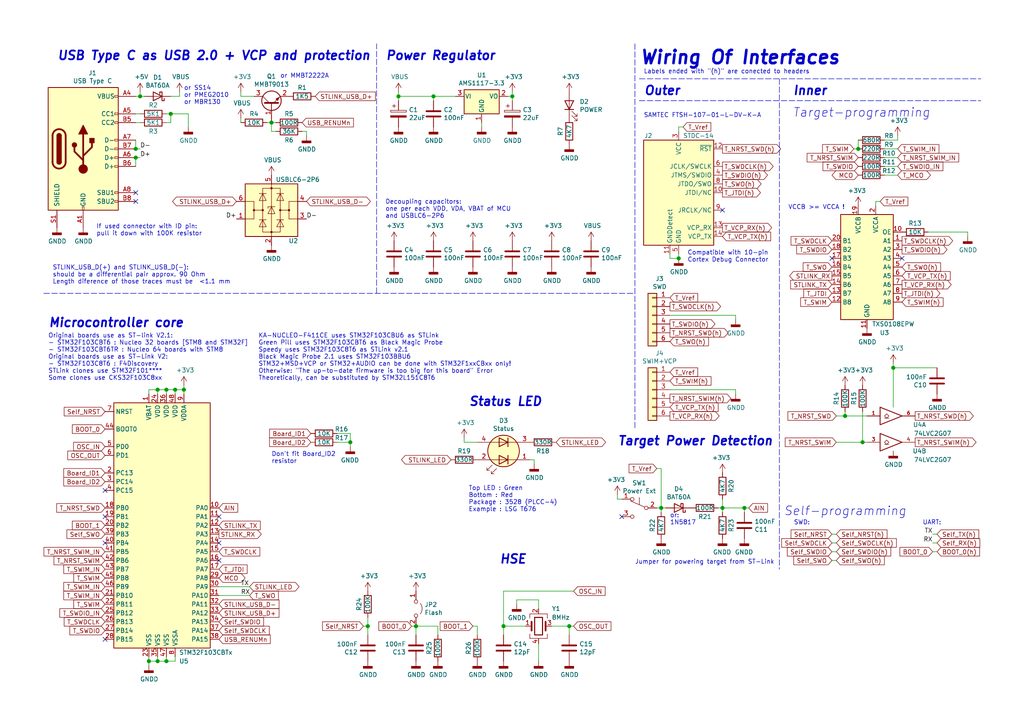
<source format=kicad_sch>
(kicad_sch (version 20210406) (generator eeschema)
  (paper "A4")
  (title_block (title "ST-Link v2.1 Mini Hybrid"))
  (junction (at 39.37 43.18) (diameter 1.016))
  (junction (at 39.37 45.72) (diameter 1.016))
  (junction (at 40.64 27.94) (diameter 1.016))
  (junction (at 43.18 191.77) (diameter 1.016))
  (junction (at 45.72 113.03) (diameter 1.016))
  (junction (at 45.72 191.77) (diameter 1.016))
  (junction (at 48.26 113.03) (diameter 1.016))
  (junction (at 48.26 191.77) (diameter 1.016))
  (junction (at 49.53 33.02) (diameter 1.016))
  (junction (at 50.8 113.03) (diameter 1.016))
  (junction (at 53.34 113.03) (diameter 1.016))
  (junction (at 78.74 35.56) (diameter 1.016))
  (junction (at 101.6 128.27) (diameter 1.016))
  (junction (at 106.68 181.61) (diameter 1.016))
  (junction (at 115.57 27.94) (diameter 1.016))
  (junction (at 120.65 181.61) (diameter 1.016))
  (junction (at 125.73 27.94) (diameter 1.016))
  (junction (at 146.05 181.61) (diameter 1.016))
  (junction (at 148.59 27.94) (diameter 1.016))
  (junction (at 165.1 181.61) (diameter 1.016))
  (junction (at 191.77 147.32) (diameter 1.016))
  (junction (at 196.85 74.93) (diameter 1.016))
  (junction (at 209.55 147.32) (diameter 1.016))
  (junction (at 215.9 147.32) (diameter 1.016))
  (junction (at 245.11 120.65) (diameter 1.016))
  (junction (at 248.92 43.18) (diameter 1.016))
  (junction (at 250.19 128.27) (diameter 1.016))
  (junction (at 259.08 106.68) (diameter 1.016))
  (no_connect (at 30.48 142.24))
  (no_connect (at 30.48 149.86))
  (no_connect (at 30.48 157.48))
  (no_connect (at 30.48 185.42))
  (no_connect (at 39.37 55.88))
  (no_connect (at 39.37 58.42))
  (no_connect (at 63.5 149.86))
  (no_connect (at 63.5 157.48))
  (no_connect (at 63.5 162.56))
  (no_connect (at 180.34 149.86))
  (no_connect (at 209.55 60.96))
  (no_connect (at 241.3 74.93))
  (no_connect (at 261.62 74.93))
  (wire (pts (xy 39.37 27.94) (xy 40.64 27.94)))
  (wire (pts (xy 39.37 33.02) (xy 40.64 33.02)))
  (wire (pts (xy 39.37 43.18) (xy 39.37 40.64)))
  (wire (pts (xy 39.37 45.72) (xy 39.37 48.26)))
  (wire (pts (xy 40.64 26.67) (xy 40.64 27.94)))
  (wire (pts (xy 40.64 27.94) (xy 41.91 27.94)))
  (wire (pts (xy 40.64 35.56) (xy 39.37 35.56)))
  (wire (pts (xy 40.64 43.18) (xy 39.37 43.18)))
  (wire (pts (xy 40.64 45.72) (xy 39.37 45.72)))
  (wire (pts (xy 43.18 113.03) (xy 45.72 113.03)))
  (wire (pts (xy 43.18 114.3) (xy 43.18 113.03)))
  (wire (pts (xy 43.18 191.77) (xy 43.18 190.5)))
  (wire (pts (xy 43.18 193.04) (xy 43.18 191.77)))
  (wire (pts (xy 45.72 113.03) (xy 48.26 113.03)))
  (wire (pts (xy 45.72 114.3) (xy 45.72 113.03)))
  (wire (pts (xy 45.72 191.77) (xy 43.18 191.77)))
  (wire (pts (xy 45.72 191.77) (xy 45.72 190.5)))
  (wire (pts (xy 48.26 33.02) (xy 49.53 33.02)))
  (wire (pts (xy 48.26 113.03) (xy 50.8 113.03)))
  (wire (pts (xy 48.26 114.3) (xy 48.26 113.03)))
  (wire (pts (xy 48.26 190.5) (xy 48.26 191.77)))
  (wire (pts (xy 48.26 191.77) (xy 45.72 191.77)))
  (wire (pts (xy 49.53 27.94) (xy 52.07 27.94)))
  (wire (pts (xy 49.53 33.02) (xy 49.53 35.56)))
  (wire (pts (xy 49.53 33.02) (xy 54.61 33.02)))
  (wire (pts (xy 49.53 35.56) (xy 48.26 35.56)))
  (wire (pts (xy 50.8 113.03) (xy 53.34 113.03)))
  (wire (pts (xy 50.8 114.3) (xy 50.8 113.03)))
  (wire (pts (xy 50.8 190.5) (xy 50.8 191.77)))
  (wire (pts (xy 50.8 191.77) (xy 48.26 191.77)))
  (wire (pts (xy 52.07 27.94) (xy 52.07 26.67)))
  (wire (pts (xy 53.34 111.76) (xy 53.34 113.03)))
  (wire (pts (xy 53.34 113.03) (xy 53.34 114.3)))
  (wire (pts (xy 54.61 33.02) (xy 54.61 36.83)))
  (wire (pts (xy 63.5 170.18) (xy 72.39 170.18)))
  (wire (pts (xy 69.85 27.94) (xy 69.85 26.67)))
  (wire (pts (xy 69.85 35.56) (xy 69.85 34.29)))
  (wire (pts (xy 72.39 172.72) (xy 63.5 172.72)))
  (wire (pts (xy 73.66 27.94) (xy 69.85 27.94)))
  (wire (pts (xy 77.47 35.56) (xy 78.74 35.56)))
  (wire (pts (xy 78.74 35.56) (xy 80.01 35.56)))
  (wire (pts (xy 78.74 38.1) (xy 78.74 35.56)))
  (wire (pts (xy 80.01 38.1) (xy 78.74 38.1)))
  (wire (pts (xy 87.63 38.1) (xy 88.9 38.1)))
  (wire (pts (xy 88.9 38.1) (xy 88.9 39.37)))
  (wire (pts (xy 97.79 125.73) (xy 101.6 125.73)))
  (wire (pts (xy 97.79 128.27) (xy 101.6 128.27)))
  (wire (pts (xy 101.6 125.73) (xy 101.6 128.27)))
  (wire (pts (xy 101.6 128.27) (xy 101.6 129.54)))
  (wire (pts (xy 105.41 181.61) (xy 106.68 181.61)))
  (wire (pts (xy 106.68 179.07) (xy 106.68 181.61)))
  (wire (pts (xy 106.68 181.61) (xy 106.68 184.15)))
  (wire (pts (xy 115.57 26.67) (xy 115.57 27.94)))
  (wire (pts (xy 115.57 27.94) (xy 115.57 29.21)))
  (wire (pts (xy 119.38 181.61) (xy 120.65 181.61)))
  (wire (pts (xy 120.65 181.61) (xy 127 181.61)))
  (wire (pts (xy 120.65 184.15) (xy 120.65 181.61)))
  (wire (pts (xy 125.73 27.94) (xy 115.57 27.94)))
  (wire (pts (xy 125.73 27.94) (xy 125.73 29.21)))
  (wire (pts (xy 127 184.15) (xy 127 181.61)))
  (wire (pts (xy 132.08 27.94) (xy 125.73 27.94)))
  (wire (pts (xy 134.62 128.27) (xy 134.62 127)))
  (wire (pts (xy 134.62 128.27) (xy 138.43 128.27)))
  (wire (pts (xy 137.16 181.61) (xy 138.43 181.61)))
  (wire (pts (xy 138.43 181.61) (xy 138.43 184.15)))
  (wire (pts (xy 139.7 36.83) (xy 139.7 35.56)))
  (wire (pts (xy 146.05 171.45) (xy 146.05 181.61)))
  (wire (pts (xy 146.05 171.45) (xy 166.37 171.45)))
  (wire (pts (xy 146.05 181.61) (xy 152.4 181.61)))
  (wire (pts (xy 146.05 184.15) (xy 146.05 181.61)))
  (wire (pts (xy 147.32 27.94) (xy 148.59 27.94)))
  (wire (pts (xy 148.59 26.67) (xy 148.59 27.94)))
  (wire (pts (xy 148.59 29.21) (xy 148.59 27.94)))
  (wire (pts (xy 149.86 173.99) (xy 156.21 173.99)))
  (wire (pts (xy 149.86 175.26) (xy 149.86 173.99)))
  (wire (pts (xy 153.67 133.35) (xy 154.94 133.35)))
  (wire (pts (xy 154.94 133.35) (xy 154.94 134.62)))
  (wire (pts (xy 156.21 173.99) (xy 156.21 176.53)))
  (wire (pts (xy 156.21 191.77) (xy 156.21 186.69)))
  (wire (pts (xy 160.02 181.61) (xy 165.1 181.61)))
  (wire (pts (xy 165.1 181.61) (xy 165.1 184.15)))
  (wire (pts (xy 166.37 181.61) (xy 165.1 181.61)))
  (wire (pts (xy 179.07 144.78) (xy 179.07 143.51)))
  (wire (pts (xy 180.34 144.78) (xy 179.07 144.78)))
  (wire (pts (xy 190.5 147.32) (xy 191.77 147.32)))
  (wire (pts (xy 191.77 135.89) (xy 190.5 135.89)))
  (wire (pts (xy 191.77 147.32) (xy 191.77 135.89)))
  (wire (pts (xy 191.77 148.59) (xy 191.77 147.32)))
  (wire (pts (xy 193.04 147.32) (xy 191.77 147.32)))
  (wire (pts (xy 194.31 74.93) (xy 194.31 73.66)))
  (wire (pts (xy 194.31 74.93) (xy 196.85 74.93)))
  (wire (pts (xy 194.31 91.44) (xy 213.36 91.44)))
  (wire (pts (xy 194.31 113.03) (xy 213.36 113.03)))
  (wire (pts (xy 196.85 36.83) (xy 196.85 38.1)))
  (wire (pts (xy 196.85 36.83) (xy 198.12 36.83)))
  (wire (pts (xy 196.85 74.93) (xy 196.85 73.66)))
  (wire (pts (xy 209.55 144.78) (xy 209.55 147.32)))
  (wire (pts (xy 209.55 147.32) (xy 208.28 147.32)))
  (wire (pts (xy 209.55 147.32) (xy 209.55 148.59)))
  (wire (pts (xy 209.55 147.32) (xy 215.9 147.32)))
  (wire (pts (xy 213.36 91.44) (xy 213.36 92.71)))
  (wire (pts (xy 213.36 113.03) (xy 213.36 114.3)))
  (wire (pts (xy 215.9 147.32) (xy 215.9 148.59)))
  (wire (pts (xy 217.17 147.32) (xy 215.9 147.32)))
  (wire (pts (xy 241.3 154.94) (xy 242.57 154.94)))
  (wire (pts (xy 241.3 157.48) (xy 242.57 157.48)))
  (wire (pts (xy 241.3 160.02) (xy 242.57 160.02)))
  (wire (pts (xy 241.3 162.56) (xy 242.57 162.56)))
  (wire (pts (xy 245.11 119.38) (xy 245.11 120.65)))
  (wire (pts (xy 245.11 120.65) (xy 242.57 120.65)))
  (wire (pts (xy 248.92 40.64) (xy 248.92 43.18)))
  (wire (pts (xy 248.92 43.18) (xy 247.65 43.18)))
  (wire (pts (xy 250.19 119.38) (xy 250.19 128.27)))
  (wire (pts (xy 250.19 128.27) (xy 242.57 128.27)))
  (wire (pts (xy 251.46 120.65) (xy 245.11 120.65)))
  (wire (pts (xy 251.46 128.27) (xy 250.19 128.27)))
  (wire (pts (xy 254 58.42) (xy 254 59.69)))
  (wire (pts (xy 255.27 58.42) (xy 254 58.42)))
  (wire (pts (xy 256.54 40.64) (xy 260.35 40.64)))
  (wire (pts (xy 256.54 43.18) (xy 260.35 43.18)))
  (wire (pts (xy 256.54 45.72) (xy 260.35 45.72)))
  (wire (pts (xy 256.54 48.26) (xy 260.35 48.26)))
  (wire (pts (xy 259.08 106.68) (xy 259.08 105.41)))
  (wire (pts (xy 259.08 106.68) (xy 259.08 118.11)))
  (wire (pts (xy 260.35 40.64) (xy 260.35 39.37)))
  (wire (pts (xy 260.35 50.8) (xy 256.54 50.8)))
  (wire (pts (xy 269.24 67.31) (xy 280.67 67.31)))
  (wire (pts (xy 270.51 154.94) (xy 271.78 154.94)))
  (wire (pts (xy 270.51 157.48) (xy 271.78 157.48)))
  (wire (pts (xy 270.51 160.02) (xy 271.78 160.02)))
  (wire (pts (xy 271.78 106.68) (xy 259.08 106.68)))
  (wire (pts (xy 280.67 67.31) (xy 280.67 68.58)))
  (polyline (pts (xy 12.7 85.09) (xy 184.15 85.09)) (stroke (width 0) (type dash)))
  (polyline (pts (xy 109.22 85.09) (xy 109.22 12.7)) (stroke (width 0) (type dash)))
  (polyline (pts (xy 184.15 12.7) (xy 184.15 124.46)) (stroke (width 0) (type dash)))
  (polyline (pts (xy 185.42 22.86) (xy 284.48 22.86)) (stroke (width 0) (type dash)))
  (polyline (pts (xy 185.42 29.21) (xy 284.48 29.21)) (stroke (width 0) (type dash)))
  (polyline (pts (xy 226.06 22.86) (xy 226.06 165.1)) (stroke (width 0) (type dash)))
  (text "Microcontroller core" (at 13.97 95.25 0) (effects (font (size 2.54 2.54) (thickness 0.508) bold italic) (justify left bottom)))
  (text "Original boards use as ST-link V2.1:\n- STM32F103CBT6 : Nucleo 32 boards [STM8 and STM32F]\n- STM32F103CBT6TR : Nucleo 64 boards with STM8\nOriginal boards use as ST-Link V2:\n- STM32F103C8T6 : F4Discovery\nSTLink clones use STM32F101****\nSome clones use CKS32F103C8xx" (at 13.97 110.49 0) (effects (font (size 1.27 1.27)) (justify left bottom)))
  (text "STLINK_USB_D(+) and STLINK_USB_D(-):\nshould be a differential pair approx. 90 Ohm\nLength diference of those traces must be  <1.1 mm" (at 15.24 82.55 0) (effects (font (size 1.27 1.27)) (justify left bottom)))
  (text "USB Type C as USB 2.0 + VCP and protection" (at 16.51 17.78 0) (effects (font (size 2.54 2.54) (thickness 0.508) bold italic) (justify left bottom)))
  (text "If used connector with ID pin: \npull it down with 100K resistor" (at 27.94 68.58 0) (effects (font (size 1.27 1.27)) (justify left bottom)))
  (text "or SS14\nor PMEG2010\nor MBR130" (at 53.34 30.48 0) (effects (font (size 1.27 1.27)) (justify left bottom)))
  (text "KA-NUCLEO-F411CE uses STM32F103CBU6 as STLink\nGreen Pill uses STM32F103CBT6 as Black Magic Probe\nSpeedy uses STM32F103C8T6 as STLink v2.1\nBlack Magic Probe 2.1 uses STM32F103BBU6\nSTM32+MSD+VCP or STM32+AUDIO can be done with STM32F1xxCBxx only!\nOtherwise: \"The up-to-date firmware is too big for this board\" Error\nTheoretically, can be substituted by STM32L151C8T6" (at 74.93 110.49 0) (effects (font (size 1.27 1.27)) (justify left bottom)))
  (text "Don't fit Board_ID2\nresistor" (at 78.74 134.62 0) (effects (font (size 1.27 1.27)) (justify left bottom)))
  (text "or MMBT2222A" (at 81.28 22.86 0) (effects (font (size 1.27 1.27)) (justify left bottom)))
  (text "Power Regulator" (at 111.76 17.78 0) (effects (font (size 2.54 2.54) (thickness 0.508) bold italic) (justify left bottom)))
  (text "Decoupling capacitors:\none per each VDD, VDA, VBAT of MCU\nand USBLC6-2P6" (at 111.76 63.5 0) (effects (font (size 1.27 1.27)) (justify left bottom)))
  (text "Status LED" (at 135.89 118.11 0) (effects (font (size 2.54 2.54) (thickness 0.508) bold italic) (justify left bottom)))
  (text "Top LED : Green\nBottom : Red\nPackage : 3528 (PLCC-4)\nExample : LSG T676" (at 135.89 148.59 0) (effects (font (size 1.27 1.27)) (justify left bottom)))
  (text "HSE" (at 144.78 163.83 0) (effects (font (size 2.54 2.54) (thickness 0.508) bold italic) (justify left bottom)))
  (text "Target Power Detection" (at 179.07 129.54 0) (effects (font (size 2.54 2.54) (thickness 0.508) bold italic) (justify left bottom)))
  (text "Jumper for powering target from ST-Link" (at 184.15 163.83 0) (effects (font (size 1.27 1.27)) (justify left bottom)))
  (text "Wiring Of Interfaces " (at 185.42 19.05 0) (effects (font (size 3.81 3.81) (thickness 0.762) bold italic) (justify left bottom)))
  (text "Labels ended with \"(h)\" are conected to headers" (at 186.69 21.59 0) (effects (font (size 1.27 1.27)) (justify left bottom)))
  (text "Outer" (at 186.69 27.94 0) (effects (font (size 2.54 2.54) (thickness 0.508) bold italic) (justify left bottom)))
  (text "SAMTEC FTSH-107-01-L-DV-K-A" (at 186.69 34.29 0) (effects (font (size 1.27 1.27)) (justify left bottom)))
  (text "or:\n1N5817" (at 194.31 152.4 0) (effects (font (size 1.27 1.27)) (justify left bottom)))
  (text "Compatible with 10-pin\nCortex Debug Connector" (at 199.39 76.2 0) (effects (font (size 1.27 1.27)) (justify left bottom)))
  (text "Self-programming" (at 227.33 149.86 0) (effects (font (size 2.54 2.54) italic) (justify left bottom)))
  (text "VCCB >= VCCA !" (at 228.6 60.96 0) (effects (font (size 1.27 1.27)) (justify left bottom)))
  (text "Inner" (at 229.87 27.94 0) (effects (font (size 2.54 2.54) (thickness 0.508) bold italic) (justify left bottom)))
  (text "Target-programming" (at 229.87 34.29 0) (effects (font (size 2.54 2.54) italic) (justify left bottom)))
  (text "SWD:" (at 234.95 152.4 180) (effects (font (size 1.27 1.27)) (justify right bottom)))
  (text "UART:" (at 273.05 152.4 180) (effects (font (size 1.27 1.27)) (justify right bottom)))
  (label "D-" (at 40.64 43.18 0))
  (label "D+" (at 40.64 45.72 0))
  (label "D+" (at 68.58 63.5 180))
  (label "TX" (at 69.85 170.18 0))
  (label "RX" (at 69.85 172.72 0))
  (label "D-" (at 88.9 63.5 0))
  (label "TX" (at 270.51 154.94 180))
  (label "RX" (at 270.51 157.48 180))
  (global_label "Self_NRST" (shape input) (at 30.48 119.38 180) (property "Intersheet References" "${INTERSHEET_REFS}" (effects hide)))
  (global_label "BOOT_0" (shape input) (at 30.48 124.46 180) (property "Intersheet References" "${INTERSHEET_REFS}" (effects hide)))
  (global_label "OSC_IN" (shape input) (at 30.48 129.54 180) (property "Intersheet References" "${INTERSHEET_REFS}" (effects hide)))
  (global_label "OSC_OUT" (shape input) (at 30.48 132.08 180) (property "Intersheet References" "${INTERSHEET_REFS}" (effects hide)))
  (global_label "Board_ID1" (shape input) (at 30.48 137.16 180) (property "Intersheet References" "${INTERSHEET_REFS}" (effects hide)))
  (global_label "Board_ID2" (shape input) (at 30.48 139.7 180) (property "Intersheet References" "${INTERSHEET_REFS}" (effects hide)))
  (global_label "T_NRST_SWD" (shape input) (at 30.48 147.32 180) (property "Intersheet References" "${INTERSHEET_REFS}" (effects hide)))
  (global_label "BOOT_1" (shape input) (at 30.48 152.4 180) (property "Intersheet References" "${INTERSHEET_REFS}" (effects hide)))
  (global_label "Self_SWO" (shape input) (at 30.48 154.94 180) (property "Intersheet References" "${INTERSHEET_REFS}" (effects hide)))
  (global_label "T_NRST_SWIM_IN" (shape input) (at 30.48 160.02 180) (property "Intersheet References" "${INTERSHEET_REFS}" (effects hide)))
  (global_label "T_NRST_SWIM" (shape input) (at 30.48 162.56 180) (property "Intersheet References" "${INTERSHEET_REFS}" (effects hide)))
  (global_label "T_SWIM_IN" (shape input) (at 30.48 165.1 180) (property "Intersheet References" "${INTERSHEET_REFS}" (effects hide)))
  (global_label "T_SWIM" (shape input) (at 30.48 167.64 180) (property "Intersheet References" "${INTERSHEET_REFS}" (effects hide)))
  (global_label "T_SWIM_IN" (shape input) (at 30.48 170.18 180) (property "Intersheet References" "${INTERSHEET_REFS}" (effects hide)))
  (global_label "T_SWIM_IN" (shape input) (at 30.48 172.72 180) (property "Intersheet References" "${INTERSHEET_REFS}" (effects hide)))
  (global_label "T_SWIM" (shape input) (at 30.48 175.26 180) (property "Intersheet References" "${INTERSHEET_REFS}" (effects hide)))
  (global_label "T_SWDIO_IN" (shape input) (at 30.48 177.8 180) (property "Intersheet References" "${INTERSHEET_REFS}" (effects hide)))
  (global_label "T_SWDCLK" (shape input) (at 30.48 180.34 180) (property "Intersheet References" "${INTERSHEET_REFS}" (effects hide)))
  (global_label "T_SWDIO" (shape input) (at 30.48 182.88 180) (property "Intersheet References" "${INTERSHEET_REFS}" (effects hide)))
  (global_label "AIN" (shape input) (at 63.5 147.32 0) (property "Intersheet References" "${INTERSHEET_REFS}" (effects hide)))
  (global_label "STLINK_TX" (shape input) (at 63.5 152.4 0) (property "Intersheet References" "${INTERSHEET_REFS}" (effects hide)))
  (global_label "STLINK_RX" (shape output) (at 63.5 154.94 0) (property "Intersheet References" "${INTERSHEET_REFS}" (effects hide)))
  (global_label "T_SWDCLK" (shape input) (at 63.5 160.02 0) (property "Intersheet References" "${INTERSHEET_REFS}" (effects hide)))
  (global_label "T_JTDI" (shape input) (at 63.5 165.1 0) (property "Intersheet References" "${INTERSHEET_REFS}" (effects hide)))
  (global_label "MCO" (shape bidirectional) (at 63.5 167.64 0) (property "Intersheet References" "${INTERSHEET_REFS}" (effects hide)))
  (global_label "STLINK_USB_D-" (shape input) (at 63.5 175.26 0) (property "Intersheet References" "${INTERSHEET_REFS}" (effects hide)))
  (global_label "STLINK_USB_D+" (shape input) (at 63.5 177.8 0) (property "Intersheet References" "${INTERSHEET_REFS}" (effects hide)))
  (global_label "Self_SWDIO" (shape input) (at 63.5 180.34 0) (property "Intersheet References" "${INTERSHEET_REFS}" (effects hide)))
  (global_label "Self_SWDCLK" (shape input) (at 63.5 182.88 0) (property "Intersheet References" "${INTERSHEET_REFS}" (effects hide)))
  (global_label "USB_RENUMn" (shape input) (at 63.5 185.42 0) (property "Intersheet References" "${INTERSHEET_REFS}" (effects hide)))
  (global_label "STLINK_USB_D+" (shape bidirectional) (at 68.58 58.42 180) (property "Intersheet References" "${INTERSHEET_REFS}" (effects hide)))
  (global_label "STLINK_LED" (shape bidirectional) (at 72.39 170.18 0) (property "Intersheet References" "${INTERSHEET_REFS}" (effects hide)))
  (global_label "T_SWO" (shape input) (at 72.39 172.72 0) (property "Intersheet References" "${INTERSHEET_REFS}" (effects hide)))
  (global_label "USB_RENUMn" (shape input) (at 87.63 35.56 0) (property "Intersheet References" "${INTERSHEET_REFS}" (effects hide)))
  (global_label "STLINK_USB_D-" (shape bidirectional) (at 88.9 58.42 0) (property "Intersheet References" "${INTERSHEET_REFS}" (effects hide)))
  (global_label "Board_ID1" (shape input) (at 90.17 125.73 180) (property "Intersheet References" "${INTERSHEET_REFS}" (effects hide)))
  (global_label "Board_ID2" (shape input) (at 90.17 128.27 180) (property "Intersheet References" "${INTERSHEET_REFS}" (effects hide)))
  (global_label "STLINK_USB_D+" (shape input) (at 91.44 27.94 0) (property "Intersheet References" "${INTERSHEET_REFS}" (effects hide)))
  (global_label "Self_NRST" (shape input) (at 105.41 181.61 180) (property "Intersheet References" "${INTERSHEET_REFS}" (effects hide)))
  (global_label "BOOT_0" (shape input) (at 119.38 181.61 180) (property "Intersheet References" "${INTERSHEET_REFS}" (effects hide)))
  (global_label "STLINK_LED" (shape bidirectional) (at 130.81 133.35 180) (property "Intersheet References" "${INTERSHEET_REFS}" (effects hide)))
  (global_label "BOOT_1" (shape input) (at 137.16 181.61 180) (property "Intersheet References" "${INTERSHEET_REFS}" (effects hide)))
  (global_label "STLINK_LED" (shape bidirectional) (at 161.29 128.27 0) (property "Intersheet References" "${INTERSHEET_REFS}" (effects hide)))
  (global_label "OSC_IN" (shape input) (at 166.37 171.45 0) (property "Intersheet References" "${INTERSHEET_REFS}" (effects hide)))
  (global_label "OSC_OUT" (shape input) (at 166.37 181.61 0) (property "Intersheet References" "${INTERSHEET_REFS}" (effects hide)))
  (global_label "T_Vref" (shape input) (at 190.5 135.89 180) (property "Intersheet References" "${INTERSHEET_REFS}" (effects hide)))
  (global_label "T_Vref" (shape input) (at 194.31 86.36 0) (property "Intersheet References" "${INTERSHEET_REFS}" (effects hide)))
  (global_label "T_SWDCLK(h)" (shape output) (at 194.31 88.9 0) (property "Intersheet References" "${INTERSHEET_REFS}" (effects hide)))
  (global_label "T_SWDIO(h)" (shape output) (at 194.31 93.98 0) (property "Intersheet References" "${INTERSHEET_REFS}" (effects hide)))
  (global_label "T_NRST_SWD(h)" (shape output) (at 194.31 96.52 0) (property "Intersheet References" "${INTERSHEET_REFS}" (effects hide)))
  (global_label "T_SWO(h)" (shape input) (at 194.31 99.06 0) (property "Intersheet References" "${INTERSHEET_REFS}" (effects hide)))
  (global_label "T_Vref" (shape input) (at 194.31 107.95 0) (property "Intersheet References" "${INTERSHEET_REFS}" (effects hide)))
  (global_label "T_SWIM(h)" (shape input) (at 194.31 110.49 0) (property "Intersheet References" "${INTERSHEET_REFS}" (effects hide)))
  (global_label "T_NRST_SWIM(h)" (shape output) (at 194.31 115.57 0) (property "Intersheet References" "${INTERSHEET_REFS}" (effects hide)))
  (global_label "T_VCP_TX(h)" (shape input) (at 194.31 118.11 0) (property "Intersheet References" "${INTERSHEET_REFS}" (effects hide)))
  (global_label "T_VCP_RX(h)" (shape output) (at 194.31 120.65 0) (property "Intersheet References" "${INTERSHEET_REFS}" (effects hide)))
  (global_label "T_Vref" (shape input) (at 198.12 36.83 0) (property "Intersheet References" "${INTERSHEET_REFS}" (effects hide)))
  (global_label "T_NRST_SWD(h)" (shape output) (at 209.55 43.18 0) (property "Intersheet References" "${INTERSHEET_REFS}" (effects hide)))
  (global_label "T_SWDCLK(h)" (shape output) (at 209.55 48.26 0) (property "Intersheet References" "${INTERSHEET_REFS}" (effects hide)))
  (global_label "T_SWDIO(h)" (shape output) (at 209.55 50.8 0) (property "Intersheet References" "${INTERSHEET_REFS}" (effects hide)))
  (global_label "T_SWO(h)" (shape output) (at 209.55 53.34 0) (property "Intersheet References" "${INTERSHEET_REFS}" (effects hide)))
  (global_label "T_JTDI(h)" (shape output) (at 209.55 55.88 0) (property "Intersheet References" "${INTERSHEET_REFS}" (effects hide)))
  (global_label "T_VCP_RX(h)" (shape output) (at 209.55 66.04 0) (property "Intersheet References" "${INTERSHEET_REFS}" (effects hide)))
  (global_label "T_VCP_TX(h)" (shape input) (at 209.55 68.58 0) (property "Intersheet References" "${INTERSHEET_REFS}" (effects hide)))
  (global_label "AIN" (shape input) (at 217.17 147.32 0) (property "Intersheet References" "${INTERSHEET_REFS}" (effects hide)))
  (global_label "T_SWDCLK" (shape input) (at 241.3 69.85 180) (property "Intersheet References" "${INTERSHEET_REFS}" (effects hide)))
  (global_label "T_SWDIO" (shape input) (at 241.3 72.39 180) (property "Intersheet References" "${INTERSHEET_REFS}" (effects hide)))
  (global_label "T_SWO" (shape input) (at 241.3 77.47 180) (property "Intersheet References" "${INTERSHEET_REFS}" (effects hide)))
  (global_label "STLINK_RX" (shape output) (at 241.3 80.01 180) (property "Intersheet References" "${INTERSHEET_REFS}" (effects hide)))
  (global_label "STLINK_TX" (shape input) (at 241.3 82.55 180) (property "Intersheet References" "${INTERSHEET_REFS}" (effects hide)))
  (global_label "T_JTDI" (shape input) (at 241.3 85.09 180) (property "Intersheet References" "${INTERSHEET_REFS}" (effects hide)))
  (global_label "T_SWIM" (shape input) (at 241.3 87.63 180) (property "Intersheet References" "${INTERSHEET_REFS}" (effects hide)))
  (global_label "Self_NRST" (shape input) (at 241.3 154.94 180) (property "Intersheet References" "${INTERSHEET_REFS}" (effects hide)))
  (global_label "Self_SWDCLK" (shape input) (at 241.3 157.48 180) (property "Intersheet References" "${INTERSHEET_REFS}" (effects hide)))
  (global_label "Self_SWDIO" (shape input) (at 241.3 160.02 180) (property "Intersheet References" "${INTERSHEET_REFS}" (effects hide)))
  (global_label "Self_SWO" (shape input) (at 241.3 162.56 180) (property "Intersheet References" "${INTERSHEET_REFS}" (effects hide)))
  (global_label "T_NRST_SWD" (shape input) (at 242.57 120.65 180) (property "Intersheet References" "${INTERSHEET_REFS}" (effects hide)))
  (global_label "T_NRST_SWIM" (shape input) (at 242.57 128.27 180) (property "Intersheet References" "${INTERSHEET_REFS}" (effects hide)))
  (global_label "Self_NRST(h)" (shape input) (at 242.57 154.94 0) (property "Intersheet References" "${INTERSHEET_REFS}" (effects hide)))
  (global_label "Self_SWDCLK(h)" (shape input) (at 242.57 157.48 0) (property "Intersheet References" "${INTERSHEET_REFS}" (effects hide)))
  (global_label "Self_SWDIO(h)" (shape input) (at 242.57 160.02 0) (property "Intersheet References" "${INTERSHEET_REFS}" (effects hide)))
  (global_label "Self_SWO(h)" (shape input) (at 242.57 162.56 0) (property "Intersheet References" "${INTERSHEET_REFS}" (effects hide)))
  (global_label "T_SWIM" (shape input) (at 247.65 43.18 180) (property "Intersheet References" "${INTERSHEET_REFS}" (effects hide)))
  (global_label "T_NRST_SWIM" (shape input) (at 248.92 45.72 180) (property "Intersheet References" "${INTERSHEET_REFS}" (effects hide)))
  (global_label "T_SWDIO" (shape input) (at 248.92 48.26 180) (property "Intersheet References" "${INTERSHEET_REFS}" (effects hide)))
  (global_label "MCO" (shape bidirectional) (at 248.92 50.8 180) (property "Intersheet References" "${INTERSHEET_REFS}" (effects hide)))
  (global_label "T_Vref" (shape input) (at 255.27 58.42 0) (property "Intersheet References" "${INTERSHEET_REFS}" (effects hide)))
  (global_label "T_SWIM_IN" (shape input) (at 260.35 43.18 0) (property "Intersheet References" "${INTERSHEET_REFS}" (effects hide)))
  (global_label "T_NRST_SWIM_IN" (shape input) (at 260.35 45.72 0) (property "Intersheet References" "${INTERSHEET_REFS}" (effects hide)))
  (global_label "T_SWDIO_IN" (shape input) (at 260.35 48.26 0) (property "Intersheet References" "${INTERSHEET_REFS}" (effects hide)))
  (global_label "T_MCO" (shape bidirectional) (at 260.35 50.8 0) (property "Intersheet References" "${INTERSHEET_REFS}" (effects hide)))
  (global_label "T_SWDCLK(h)" (shape output) (at 261.62 69.85 0) (property "Intersheet References" "${INTERSHEET_REFS}" (effects hide)))
  (global_label "T_SWDIO(h)" (shape output) (at 261.62 72.39 0) (property "Intersheet References" "${INTERSHEET_REFS}" (effects hide)))
  (global_label "T_SWO(h)" (shape input) (at 261.62 77.47 0) (property "Intersheet References" "${INTERSHEET_REFS}" (effects hide)))
  (global_label "T_VCP_TX(h)" (shape input) (at 261.62 80.01 0) (property "Intersheet References" "${INTERSHEET_REFS}" (effects hide)))
  (global_label "T_VCP_RX(h)" (shape output) (at 261.62 82.55 0) (property "Intersheet References" "${INTERSHEET_REFS}" (effects hide)))
  (global_label "T_JTDI(h)" (shape output) (at 261.62 85.09 0) (property "Intersheet References" "${INTERSHEET_REFS}" (effects hide)))
  (global_label "T_SWIM(h)" (shape input) (at 261.62 87.63 0) (property "Intersheet References" "${INTERSHEET_REFS}" (effects hide)))
  (global_label "T_NRST_SWD(h)" (shape output) (at 265.43 120.65 0) (property "Intersheet References" "${INTERSHEET_REFS}" (effects hide)))
  (global_label "T_NRST_SWIM(h)" (shape output) (at 265.43 128.27 0) (property "Intersheet References" "${INTERSHEET_REFS}" (effects hide)))
  (global_label "BOOT_0" (shape input) (at 270.51 160.02 180) (property "Intersheet References" "${INTERSHEET_REFS}" (effects hide)))
  (global_label "Self_TX(h)" (shape input) (at 271.78 154.94 0) (property "Intersheet References" "${INTERSHEET_REFS}" (effects hide)))
  (global_label "Self_RX(h)" (shape input) (at 271.78 157.48 0) (property "Intersheet References" "${INTERSHEET_REFS}" (effects hide)))
  (global_label "BOOT_0(h)" (shape input) (at 271.78 160.02 0) (property "Intersheet References" "${INTERSHEET_REFS}" (effects hide)))
  (symbol (lib_id "power:+5V") (at 40.64 26.67 0) (unit 1)
    (property "Reference" "#PWR01" (effects hide))
    (property "Value" "+5V" (at 41.021 22.2758 0))
  )
  (symbol (lib_id "power:VBUS") (at 52.07 26.67 0) (unit 1)
    (property "Reference" "#PWR02" (effects hide))
    (property "Value" "VBUS" (at 52.451 22.2758 0))
  )
  (symbol (lib_id "power:+3V3") (at 53.34 111.76 0) (unit 1)
    (property "Reference" "#PWR038" (effects hide))
    (property "Value" "+3V3" (at 53.721 107.3658 0))
  )
  (symbol (lib_id "power:+3V3") (at 69.85 26.67 0) (unit 1)
    (property "Reference" "#PWR03" (effects hide))
    (property "Value" "+3V3" (at 70.231 22.2758 0))
  )
  (symbol (lib_id "power:VBUS") (at 69.85 34.29 0) (unit 1)
    (property "Reference" "#PWR07" (effects hide))
    (property "Value" "VBUS" (at 70.231 29.8958 0))
  )
  (symbol (lib_id "power:VBUS") (at 78.74 50.8 0) (unit 1)
    (property "Reference" "#PWR016" (effects hide))
    (property "Value" "VBUS" (at 79.121 46.4058 0))
  )
  (symbol (lib_id "power:+3V3") (at 106.68 171.45 0) (unit 1)
    (property "Reference" "#PWR052" (effects hide))
    (property "Value" "+3V3" (at 107.061 167.0558 0))
  )
  (symbol (lib_id "power:+3V3") (at 114.3 69.85 0) (unit 1)
    (property "Reference" "#PWR021" (effects hide))
    (property "Value" "+3V3" (at 114.681 65.4558 0))
  )
  (symbol (lib_id "power:VBUS") (at 115.57 26.67 0) (unit 1)
    (property "Reference" "#PWR04" (effects hide))
    (property "Value" "VBUS" (at 115.951 22.2758 0))
  )
  (symbol (lib_id "power:+3V3") (at 120.65 171.45 0) (unit 1)
    (property "Reference" "#PWR053" (effects hide))
    (property "Value" "+3V3" (at 121.031 167.0558 0))
  )
  (symbol (lib_id "power:+3V3") (at 125.73 69.85 0) (unit 1)
    (property "Reference" "#PWR022" (effects hide))
    (property "Value" "+3V3" (at 126.111 65.4558 0))
  )
  (symbol (lib_id "power:+3V3") (at 134.62 127 0) (unit 1)
    (property "Reference" "#PWR043" (effects hide))
    (property "Value" "+3V3" (at 135.001 122.6058 0))
  )
  (symbol (lib_id "power:+3V3") (at 137.16 69.85 0) (unit 1)
    (property "Reference" "#PWR023" (effects hide))
    (property "Value" "+3V3" (at 137.541 65.4558 0))
  )
  (symbol (lib_id "power:+3V3") (at 148.59 26.67 0) (unit 1)
    (property "Reference" "#PWR05" (effects hide))
    (property "Value" "+3V3" (at 148.971 22.2758 0))
  )
  (symbol (lib_id "power:+3V3") (at 148.59 69.85 0) (unit 1)
    (property "Reference" "#PWR024" (effects hide))
    (property "Value" "+3V3" (at 148.971 65.4558 0))
  )
  (symbol (lib_id "power:+3V3") (at 160.02 69.85 0) (unit 1)
    (property "Reference" "#PWR025" (effects hide))
    (property "Value" "+3V3" (at 160.401 65.4558 0))
  )
  (symbol (lib_id "power:+3V3") (at 165.1 26.67 0) (unit 1)
    (property "Reference" "#PWR06" (effects hide))
    (property "Value" "+3V3" (at 165.481 22.2758 0))
  )
  (symbol (lib_id "power:VBUS") (at 171.45 69.85 0) (unit 1)
    (property "Reference" "#PWR026" (effects hide))
    (property "Value" "VBUS" (at 171.831 65.4558 0))
  )
  (symbol (lib_id "power:+3V3") (at 179.07 143.51 0) (mirror y) (unit 1)
    (property "Reference" "#PWR047" (effects hide))
    (property "Value" "+3V3" (at 178.689 139.1158 0))
  )
  (symbol (lib_id "power:+3V3") (at 209.55 137.16 0) (mirror y) (unit 1)
    (property "Reference" "#PWR048" (effects hide))
    (property "Value" "+3V3" (at 209.169 132.7658 0))
  )
  (symbol (lib_id "power:+3V3") (at 245.11 111.76 0) (unit 1)
    (property "Reference" "#PWR039" (effects hide))
    (property "Value" "+3V3" (at 245.491 107.3658 0))
  )
  (symbol (lib_id "power:+3V3") (at 248.92 59.69 0) (mirror y) (unit 1)
    (property "Reference" "#PWR017" (effects hide))
    (property "Value" "+3V3" (at 248.539 55.2958 0))
  )
  (symbol (lib_id "power:+3V3") (at 250.19 111.76 0) (unit 1)
    (property "Reference" "#PWR040" (effects hide))
    (property "Value" "+3V3" (at 250.571 107.3658 0))
  )
  (symbol (lib_id "power:+3V3") (at 259.08 105.41 0) (unit 1)
    (property "Reference" "#PWR037" (effects hide))
    (property "Value" "+3V3" (at 259.461 101.0158 0))
  )
  (symbol (lib_id "power:+3V3") (at 260.35 39.37 0) (unit 1)
    (property "Reference" "#PWR014" (effects hide))
    (property "Value" "+3V3" (at 260.731 34.9758 0))
  )
  (symbol (lib_id "power:GNDD") (at 16.51 66.04 0) (unit 1)
    (property "Reference" "#PWR018" (effects hide))
    (property "Value" "GNDD" (at 16.6116 69.977 0))
  )
  (symbol (lib_id "power:GNDD") (at 24.13 66.04 0) (unit 1)
    (property "Reference" "#PWR019" (effects hide))
    (property "Value" "GNDD" (at 24.2316 69.977 0))
  )
  (symbol (lib_id "power:GNDD") (at 43.18 193.04 0) (unit 1)
    (property "Reference" "#PWR062" (effects hide))
    (property "Value" "GNDD" (at 43.2816 196.977 0))
  )
  (symbol (lib_id "power:GNDD") (at 54.61 36.83 0) (unit 1)
    (property "Reference" "#PWR08" (effects hide))
    (property "Value" "GNDD" (at 54.7116 40.767 0))
  )
  (symbol (lib_id "power:GNDD") (at 78.74 71.12 0) (unit 1)
    (property "Reference" "#PWR027" (effects hide))
    (property "Value" "GNDD" (at 78.8416 75.057 0))
  )
  (symbol (lib_id "power:GNDD") (at 88.9 39.37 0) (unit 1)
    (property "Reference" "#PWR013" (effects hide))
    (property "Value" "GNDD" (at 89.0016 43.307 0))
  )
  (symbol (lib_id "power:GNDD") (at 101.6 129.54 0) (mirror y) (unit 1)
    (property "Reference" "#PWR044" (effects hide))
    (property "Value" "GNDD" (at 101.4984 133.477 0))
  )
  (symbol (lib_id "power:GNDD") (at 106.68 191.77 0) (unit 1)
    (property "Reference" "#PWR056" (effects hide))
    (property "Value" "GNDD" (at 106.7816 195.707 0))
  )
  (symbol (lib_id "power:GNDD") (at 114.3 77.47 0) (unit 1)
    (property "Reference" "#PWR029" (effects hide))
    (property "Value" "GNDD" (at 114.4016 81.407 0))
  )
  (symbol (lib_id "power:GNDD") (at 115.57 36.83 0) (unit 1)
    (property "Reference" "#PWR09" (effects hide))
    (property "Value" "GNDD" (at 115.6716 40.767 0))
  )
  (symbol (lib_id "power:GNDD") (at 120.65 191.77 0) (unit 1)
    (property "Reference" "#PWR057" (effects hide))
    (property "Value" "GNDD" (at 120.7516 195.707 0))
  )
  (symbol (lib_id "power:GNDD") (at 125.73 36.83 0) (unit 1)
    (property "Reference" "#PWR010" (effects hide))
    (property "Value" "GNDD" (at 125.8316 40.767 0))
  )
  (symbol (lib_id "power:GNDD") (at 125.73 77.47 0) (unit 1)
    (property "Reference" "#PWR030" (effects hide))
    (property "Value" "GNDD" (at 125.8316 81.407 0))
  )
  (symbol (lib_id "power:GNDD") (at 127 191.77 0) (unit 1)
    (property "Reference" "#PWR058" (effects hide))
    (property "Value" "GNDD" (at 127.1016 195.707 0))
  )
  (symbol (lib_id "power:GNDD") (at 137.16 77.47 0) (unit 1)
    (property "Reference" "#PWR031" (effects hide))
    (property "Value" "GNDD" (at 137.2616 81.407 0))
  )
  (symbol (lib_id "power:GNDD") (at 138.43 191.77 0) (unit 1)
    (property "Reference" "#PWR055" (effects hide))
    (property "Value" "GNDD" (at 138.5316 195.707 0))
  )
  (symbol (lib_id "power:GNDD") (at 139.7 36.83 0) (unit 1)
    (property "Reference" "#PWR011" (effects hide))
    (property "Value" "GNDD" (at 139.8016 40.767 0))
  )
  (symbol (lib_id "power:GNDD") (at 146.05 191.77 0) (unit 1)
    (property "Reference" "#PWR059" (effects hide))
    (property "Value" "GNDD" (at 146.1516 195.707 0))
  )
  (symbol (lib_id "power:GNDD") (at 148.59 36.83 0) (unit 1)
    (property "Reference" "#PWR012" (effects hide))
    (property "Value" "GNDD" (at 148.6916 40.767 0))
  )
  (symbol (lib_id "power:GNDD") (at 148.59 77.47 0) (unit 1)
    (property "Reference" "#PWR032" (effects hide))
    (property "Value" "GNDD" (at 148.6916 81.407 0))
  )
  (symbol (lib_id "power:GNDD") (at 149.86 175.26 0) (unit 1)
    (property "Reference" "#PWR054" (effects hide))
    (property "Value" "GNDD" (at 149.9616 179.197 0))
  )
  (symbol (lib_id "power:GNDD") (at 154.94 134.62 0) (unit 1)
    (property "Reference" "#PWR046" (effects hide))
    (property "Value" "GNDD" (at 155.0416 138.557 0))
  )
  (symbol (lib_id "power:GNDD") (at 156.21 191.77 0) (unit 1)
    (property "Reference" "#PWR060" (effects hide))
    (property "Value" "GNDD" (at 156.3116 195.707 0))
  )
  (symbol (lib_id "power:GNDD") (at 160.02 77.47 0) (unit 1)
    (property "Reference" "#PWR033" (effects hide))
    (property "Value" "GNDD" (at 160.1216 81.407 0))
  )
  (symbol (lib_id "power:GNDD") (at 165.1 41.91 0) (unit 1)
    (property "Reference" "#PWR015" (effects hide))
    (property "Value" "GNDD" (at 165.2016 45.847 0))
  )
  (symbol (lib_id "power:GNDD") (at 165.1 191.77 0) (unit 1)
    (property "Reference" "#PWR061" (effects hide))
    (property "Value" "GNDD" (at 165.2016 195.707 0))
  )
  (symbol (lib_id "power:GNDD") (at 171.45 77.47 0) (unit 1)
    (property "Reference" "#PWR034" (effects hide))
    (property "Value" "GNDD" (at 171.5516 81.407 0))
  )
  (symbol (lib_id "power:GNDD") (at 191.77 156.21 0) (unit 1)
    (property "Reference" "#PWR049" (effects hide))
    (property "Value" "GNDD" (at 191.8716 160.147 0))
  )
  (symbol (lib_id "power:GNDD") (at 196.85 74.93 0) (unit 1)
    (property "Reference" "#PWR028" (effects hide))
    (property "Value" "GNDD" (at 196.9516 78.867 0))
  )
  (symbol (lib_id "power:GNDD") (at 209.55 156.21 0) (mirror y) (unit 1)
    (property "Reference" "#PWR050" (effects hide))
    (property "Value" "GNDD" (at 209.4484 160.147 0))
  )
  (symbol (lib_id "power:GNDD") (at 213.36 92.71 0) (unit 1)
    (property "Reference" "#PWR035" (effects hide))
    (property "Value" "GNDD" (at 213.4616 96.647 0))
  )
  (symbol (lib_id "power:GNDD") (at 213.36 114.3 0) (unit 1)
    (property "Reference" "#PWR041" (effects hide))
    (property "Value" "GNDD" (at 213.4616 118.237 0))
  )
  (symbol (lib_id "power:GNDD") (at 215.9 156.21 0) (mirror y) (unit 1)
    (property "Reference" "#PWR051" (effects hide))
    (property "Value" "GNDD" (at 215.7984 160.147 0))
  )
  (symbol (lib_id "power:GNDD") (at 251.46 95.25 0) (unit 1)
    (property "Reference" "#PWR036" (effects hide))
    (property "Value" "GNDD" (at 251.5616 99.187 0))
  )
  (symbol (lib_id "power:GNDD") (at 259.08 130.81 0) (unit 1)
    (property "Reference" "#PWR045" (effects hide))
    (property "Value" "GNDD" (at 259.1816 134.747 0))
  )
  (symbol (lib_id "power:GNDD") (at 271.78 114.3 0) (unit 1)
    (property "Reference" "#PWR042" (effects hide))
    (property "Value" "GNDD" (at 271.8816 118.237 0))
  )
  (symbol (lib_id "power:GNDD") (at 280.67 68.58 0) (unit 1)
    (property "Reference" "#PWR020" (effects hide))
    (property "Value" "GNDD" (at 280.7716 72.517 0))
  )
  (symbol (lib_id "Device:R") (at 44.45 33.02 90) (unit 1)
    (property "Reference" "R2" (at 44.45 30.48 90))
    (property "Value" "5K1" (at 44.45 33.02 90))
    (property "Footprint" "Resistor_SMD:R_0603_1608Metric" (effects hide))
  )
  (symbol (lib_id "Device:R") (at 44.45 35.56 90) (unit 1)
    (property "Reference" "R3" (at 44.45 38.1 90))
    (property "Value" "5K1" (at 44.45 35.56 90))
    (property "Footprint" "Resistor_SMD:R_0603_1608Metric" (effects hide))
  )
  (symbol (lib_id "Device:R") (at 73.66 35.56 270) (mirror x) (unit 1)
    (property "Reference" "R4" (at 73.66 33.02 90))
    (property "Value" "10K" (at 73.66 35.56 90))
    (property "Footprint" "Resistor_SMD:R_0603_1608Metric" (effects hide))
  )
  (symbol (lib_id "Device:R") (at 83.82 35.56 90) (unit 1)
    (property "Reference" "R5" (at 83.82 33.02 90))
    (property "Value" "100R" (at 83.82 35.56 90))
    (property "Footprint" "Resistor_SMD:R_0603_1608Metric" (effects hide))
  )
  (symbol (lib_id "Device:R") (at 83.82 38.1 90) (unit 1)
    (property "Reference" "R6" (at 83.82 40.64 90))
    (property "Value" "36K" (at 83.82 38.1 90))
    (property "Footprint" "Resistor_SMD:R_0603_1608Metric" (effects hide))
  )
  (symbol (lib_id "Device:R") (at 87.63 27.94 270) (mirror x) (unit 1)
    (property "Reference" "R1" (at 87.63 25.4 90))
    (property "Value" "1K5" (at 87.63 27.94 90))
    (property "Footprint" "Resistor_SMD:R_0603_1608Metric" (effects hide))
  )
  (symbol (lib_id "Device:R") (at 93.98 125.73 270) (unit 1)
    (property "Reference" "R16" (at 99.06 124.46 90))
    (property "Value" "10K" (at 93.98 125.73 90))
    (property "Footprint" "Resistor_SMD:R_0603_1608Metric" (effects hide))
  )
  (symbol (lib_id "Device:R") (at 93.98 128.27 270) (unit 1)
    (property "Reference" "R17" (at 99.06 127 90))
    (property "Value" "10K" (at 93.98 128.27 90))
    (property "Footprint" "Resistor_SMD:R_0603_1608Metric" (effects hide))
  )
  (symbol (lib_id "Device:R") (at 106.68 175.26 0) (unit 1)
    (property "Reference" "R24" (at 104.14 175.26 90))
    (property "Value" "100K" (at 106.68 175.26 90))
    (property "Footprint" "Resistor_SMD:R_0603_1608Metric" (effects hide))
  )
  (symbol (lib_id "Device:R") (at 127 187.96 0) (unit 1)
    (property "Reference" "R25" (at 124.46 187.96 90))
    (property "Value" "100K" (at 127 187.96 90))
    (property "Footprint" "Resistor_SMD:R_0603_1608Metric" (effects hide))
  )
  (symbol (lib_id "Device:R") (at 134.62 133.35 270) (unit 1)
    (property "Reference" "R19" (at 134.62 130.81 90))
    (property "Value" "330R" (at 134.62 133.35 90))
    (property "Footprint" "Resistor_SMD:R_0603_1608Metric" (effects hide))
  )
  (symbol (lib_id "Device:R") (at 138.43 187.96 0) (unit 1)
    (property "Reference" "R26" (at 135.89 187.96 90))
    (property "Value" "100K" (at 138.43 187.96 90))
    (property "Footprint" "Resistor_SMD:R_0603_1608Metric" (effects hide))
  )
  (symbol (lib_id "Device:R") (at 157.48 128.27 90) (unit 1)
    (property "Reference" "R18" (at 157.48 130.81 90))
    (property "Value" "330R" (at 157.48 128.27 90))
    (property "Footprint" "Resistor_SMD:R_0603_1608Metric" (effects hide))
  )
  (symbol (lib_id "Device:R") (at 165.1 38.1 0) (mirror x) (unit 1)
    (property "Reference" "R7" (at 162.56 38.1 90))
    (property "Value" "4K7" (at 165.1 38.1 90))
    (property "Footprint" "Resistor_SMD:R_0603_1608Metric" (effects hide))
  )
  (symbol (lib_id "Device:R") (at 191.77 152.4 0) (unit 1)
    (property "Reference" "R22" (at 189.23 152.4 90))
    (property "Value" "4K7" (at 191.77 152.4 90))
    (property "Footprint" "Resistor_SMD:R_0603_1608Metric" (effects hide))
  )
  (symbol (lib_id "Device:R") (at 204.47 147.32 90) (unit 1)
    (property "Reference" "R21" (at 204.47 149.86 90))
    (property "Value" "100R" (at 204.47 147.32 90))
    (property "Footprint" "Resistor_SMD:R_0603_1608Metric" (effects hide))
  )
  (symbol (lib_id "Device:R") (at 209.55 140.97 0) (mirror y) (unit 1)
    (property "Reference" "R20" (at 212.09 140.97 90))
    (property "Value" "4K7" (at 209.55 140.97 90))
    (property "Footprint" "Resistor_SMD:R_0603_1608Metric" (effects hide))
  )
  (symbol (lib_id "Device:R") (at 209.55 152.4 0) (mirror y) (unit 1)
    (property "Reference" "R23" (at 212.09 152.4 90))
    (property "Value" "4K7" (at 209.55 152.4 90))
    (property "Footprint" "Resistor_SMD:R_0603_1608Metric" (effects hide))
  )
  (symbol (lib_id "Device:R") (at 245.11 115.57 0) (unit 1)
    (property "Reference" "R14" (at 242.57 115.57 90))
    (property "Value" "100K" (at 245.11 115.57 90))
    (property "Footprint" "Resistor_SMD:R_0603_1608Metric" (effects hide))
  )
  (symbol (lib_id "Device:R") (at 250.19 115.57 0) (unit 1)
    (property "Reference" "R15" (at 247.65 115.57 90))
    (property "Value" "100K" (at 250.19 115.57 90))
    (property "Footprint" "Resistor_SMD:R_0603_1608Metric" (effects hide))
  )
  (symbol (lib_id "Device:R") (at 252.73 40.64 90) (mirror x) (unit 1)
    (property "Reference" "R8" (at 257.81 39.37 90))
    (property "Value" "680R" (at 252.73 40.64 90))
    (property "Footprint" "Resistor_SMD:R_0603_1608Metric" (effects hide))
  )
  (symbol (lib_id "Device:R") (at 252.73 43.18 90) (mirror x) (unit 1)
    (property "Reference" "R9" (at 257.81 41.91 90))
    (property "Value" "220R" (at 252.73 43.18 90))
    (property "Footprint" "Resistor_SMD:R_0603_1608Metric" (effects hide))
  )
  (symbol (lib_id "Device:R") (at 252.73 45.72 90) (unit 1)
    (property "Reference" "R10" (at 257.81 44.45 90))
    (property "Value" "220R" (at 252.73 45.72 90))
    (property "Footprint" "Resistor_SMD:R_0603_1608Metric" (effects hide))
  )
  (symbol (lib_id "Device:R") (at 252.73 48.26 90) (mirror x) (unit 1)
    (property "Reference" "R11" (at 257.81 46.99 90))
    (property "Value" "100R" (at 252.73 48.26 90))
    (property "Footprint" "Resistor_SMD:R_0603_1608Metric" (effects hide))
  )
  (symbol (lib_id "Device:R") (at 252.73 50.8 270) (unit 1)
    (property "Reference" "R12" (at 257.81 49.53 90))
    (property "Value" "100R" (at 252.73 50.8 90))
    (property "Footprint" "Resistor_SMD:R_0603_1608Metric" (effects hide))
  )
  (symbol (lib_id "Device:R") (at 265.43 67.31 270) (mirror x) (unit 1)
    (property "Reference" "R13" (at 265.43 64.77 90))
    (property "Value" "10K" (at 265.43 67.31 90))
    (property "Footprint" "Resistor_SMD:R_0603_1608Metric" (effects hide))
  )
  (symbol (lib_id "Diode:BAT60A") (at 45.72 27.94 180) (unit 1)
    (property "Reference" "D1" (at 45.72 22.4536 0))
    (property "Value" "BAT60A" (at 45.72 24.765 0))
    (property "Footprint" "Diode_SMD:D_SOD-323" (effects hide))
    (property "Datasheet" "https://www.infineon.com/dgdl/Infineon-BAT60ASERIES-DS-v01_01-en.pdf?fileId=db3a304313d846880113def70c9304a9" (effects hide))
  )
  (symbol (lib_id "Diode:BAT60A") (at 196.85 147.32 180) (unit 1)
    (property "Reference" "D4" (at 196.85 141.8336 0))
    (property "Value" "BAT60A" (at 196.85 144.145 0))
    (property "Footprint" "Diode_SMD:D_SOD-323" (effects hide))
    (property "Datasheet" "https://www.infineon.com/dgdl/Infineon-BAT60ASERIES-DS-v01_01-en.pdf?fileId=db3a304313d846880113def70c9304a9" (effects hide))
  )
  (symbol (lib_id "Jumper:Jumper_2_Open") (at 120.65 176.53 270) (unit 1)
    (property "Reference" "JP2" (at 123.1392 175.3616 90) (effects (justify left)))
    (property "Value" "Flash" (at 123.1392 177.673 90) (effects (justify left)))
    (property "Footprint" "Connector_PinSocket_1.27mm:PinSocket_2x01_P1.27mm_Vertical" (effects hide))
  )
  (symbol (lib_id "Device:LED") (at 165.1 30.48 90) (unit 1)
    (property "Reference" "D2" (at 168.0972 29.4894 90) (effects (justify right)))
    (property "Value" "POWER" (at 168.0972 31.8008 90) (effects (justify right)))
    (property "Footprint" "LED_SMD:LED_0805_2012Metric_Castellated" (effects hide))
  )
  (symbol (lib_id "Device:C") (at 106.68 187.96 180) (unit 1)
    (property "Reference" "C12" (at 103.759 189.1284 0) (effects (justify left)))
    (property "Value" "100nF" (at 103.759 186.817 0) (effects (justify left)))
    (property "Footprint" "Capacitor_SMD:C_0603_1608Metric" (effects hide))
  )
  (symbol (lib_id "Device:C") (at 114.3 73.66 0) (unit 1)
    (property "Reference" "C4" (at 117.221 72.4916 0) (effects (justify left)))
    (property "Value" "100nF" (at 117.221 74.803 0) (effects (justify left)))
    (property "Footprint" "Capacitor_SMD:C_0603_1608Metric" (effects hide))
  )
  (symbol (lib_id "Device:CP") (at 115.57 33.02 0) (unit 1)
    (property "Reference" "C1" (at 118.5672 31.8516 0) (effects (justify left)))
    (property "Value" "22uF" (at 118.5672 34.163 0) (effects (justify left)))
    (property "Footprint" "Capacitor_Tantalum_SMD:CP_EIA-7343-30_AVX-N" (effects hide))
  )
  (symbol (lib_id "Device:C") (at 120.65 187.96 180) (unit 1)
    (property "Reference" "C13" (at 117.729 189.1284 0) (effects (justify left)))
    (property "Value" "100nF" (at 117.729 186.817 0) (effects (justify left)))
    (property "Footprint" "Capacitor_SMD:C_0603_1608Metric" (effects hide))
  )
  (symbol (lib_id "Device:C") (at 125.73 33.02 0) (unit 1)
    (property "Reference" "C2" (at 128.651 31.8516 0) (effects (justify left)))
    (property "Value" "100nF" (at 128.651 34.163 0) (effects (justify left)))
    (property "Footprint" "Capacitor_SMD:C_0603_1608Metric" (effects hide))
  )
  (symbol (lib_id "Device:C") (at 125.73 73.66 0) (unit 1)
    (property "Reference" "C5" (at 128.651 72.4916 0) (effects (justify left)))
    (property "Value" "100nF" (at 128.651 74.803 0) (effects (justify left)))
    (property "Footprint" "Capacitor_SMD:C_0603_1608Metric" (effects hide))
  )
  (symbol (lib_id "Device:C") (at 137.16 73.66 0) (unit 1)
    (property "Reference" "C6" (at 140.081 72.4916 0) (effects (justify left)))
    (property "Value" "100nF" (at 140.081 74.803 0) (effects (justify left)))
    (property "Footprint" "Capacitor_SMD:C_0603_1608Metric" (effects hide))
  )
  (symbol (lib_id "Device:C") (at 146.05 187.96 0) (unit 1)
    (property "Reference" "C14" (at 148.971 186.7916 0) (effects (justify left)))
    (property "Value" "12pF" (at 148.971 189.103 0) (effects (justify left)))
    (property "Footprint" "Capacitor_SMD:C_0603_1608Metric" (effects hide))
  )
  (symbol (lib_id "Device:CP") (at 148.59 33.02 0) (unit 1)
    (property "Reference" "C3" (at 151.5872 31.8516 0) (effects (justify left)))
    (property "Value" "22uF" (at 151.5872 34.163 0) (effects (justify left)))
    (property "Footprint" "Capacitor_Tantalum_SMD:CP_EIA-7343-30_AVX-N" (effects hide))
  )
  (symbol (lib_id "Device:C") (at 148.59 73.66 0) (unit 1)
    (property "Reference" "C7" (at 151.511 72.4916 0) (effects (justify left)))
    (property "Value" "100nF" (at 151.511 74.803 0) (effects (justify left)))
    (property "Footprint" "Capacitor_SMD:C_0603_1608Metric" (effects hide))
  )
  (symbol (lib_id "Device:C") (at 160.02 73.66 0) (unit 1)
    (property "Reference" "C8" (at 162.941 72.4916 0) (effects (justify left)))
    (property "Value" "100nF" (at 162.941 74.803 0) (effects (justify left)))
    (property "Footprint" "Capacitor_SMD:C_0603_1608Metric" (effects hide))
  )
  (symbol (lib_id "Device:C") (at 165.1 187.96 0) (unit 1)
    (property "Reference" "C15" (at 168.021 186.7916 0) (effects (justify left)))
    (property "Value" "12pF" (at 168.021 189.103 0) (effects (justify left)))
    (property "Footprint" "Capacitor_SMD:C_0603_1608Metric" (effects hide))
  )
  (symbol (lib_id "Device:C") (at 171.45 73.66 0) (unit 1)
    (property "Reference" "C9" (at 174.371 72.4916 0) (effects (justify left)))
    (property "Value" "100nF" (at 174.371 74.803 0) (effects (justify left)))
    (property "Footprint" "Capacitor_SMD:C_0603_1608Metric" (effects hide))
  )
  (symbol (lib_id "Device:C") (at 215.9 152.4 0) (mirror x) (unit 1)
    (property "Reference" "C11" (at 218.821 153.5684 0) (effects (justify left)))
    (property "Value" "100nF" (at 218.821 151.257 0) (effects (justify left)))
    (property "Footprint" "Capacitor_SMD:C_0603_1608Metric" (effects hide))
  )
  (symbol (lib_id "Device:C") (at 271.78 110.49 180) (unit 1)
    (property "Reference" "C10" (at 268.859 111.6584 0) (effects (justify left)))
    (property "Value" "100nF" (at 268.859 109.347 0) (effects (justify left)))
    (property "Footprint" "Capacitor_SMD:C_0603_1608Metric" (effects hide))
  )
  (symbol (lib_id "Switch:SW_Push_SPDT") (at 185.42 147.32 0) (mirror y) (unit 1)
    (property "Reference" "SW1" (at 185.42 140.081 0))
    (property "Value" "Power Ext" (at 185.42 142.3924 0))
    (property "Footprint" "Button_Switch_SMD:SW_SPDT_PCM12" (effects hide))
  )
  (symbol (lib_id "74xGxx:74LVC2G07") (at 259.08 120.65 0) (unit 1)
    (property "Reference" "U4" (at 266.7 123.19 0))
    (property "Value" "74LVC2G07" (at 270.51 125.73 0))
    (property "Footprint" "Package_TO_SOT_SMD:SOT-363_SC-70-6" (effects hide))
    (property "Datasheet" "http://www.ti.com/lit/sg/scyt129e/scyt129e.pdf" (effects hide))
  )
  (symbol (lib_id "74xGxx:74LVC2G07") (at 259.08 128.27 0) (unit 2)
    (property "Reference" "U4" (at 266.7 130.81 0))
    (property "Value" "74LVC2G07" (at 270.51 133.35 0))
    (property "Footprint" "Package_TO_SOT_SMD:SOT-363_SC-70-6" (effects hide))
    (property "Datasheet" "http://www.ti.com/lit/sg/scyt129e/scyt129e.pdf" (effects hide))
  )
  (symbol (lib_id "Device:Crystal_GND24") (at 156.21 181.61 0) (unit 1)
    (property "Reference" "Y1" (at 160.02 176.53 0) (effects (justify left)))
    (property "Value" "8MHz" (at 160.02 179.07 0) (effects (justify left)))
    (property "Footprint" "Crystal:Crystal_SMD_Abracon_ABM8G-4Pin_3.2x2.5mm" (effects hide))
  )
  (symbol (lib_id "Transistor_BJT:MMBT3904") (at 78.74 30.48 90) (unit 1)
    (property "Reference" "Q1" (at 78.74 22.1488 90))
    (property "Value" "MMBT9013" (at 78.74 24.4602 90))
    (property "Footprint" "Package_TO_SOT_SMD:SOT-23" (effects hide))
    (property "Datasheet" "https://www.onsemi.com/pub/Collateral/2N3903-D.PDF" (effects hide))
  )
  (symbol (lib_id "Connector_Generic:Conn_01x06") (at 189.23 91.44 0) (mirror y) (unit 1)
    (property "Reference" "J3" (at 191.3128 80.8482 0))
    (property "Value" "SWD" (at 191.3128 83.1596 0))
    (property "Footprint" "Connector_PinHeader_2.54mm:PinHeader_1x06_P2.54mm_Vertical" (effects hide))
  )
  (symbol (lib_id "Connector_Generic:Conn_01x06") (at 189.23 113.03 0) (mirror y) (unit 1)
    (property "Reference" "J4" (at 191.3128 102.4382 0))
    (property "Value" "SWIM+VCP" (at 191.3128 104.7496 0))
    (property "Footprint" "Connector_PinHeader_2.54mm:PinHeader_1x06_P2.54mm_Vertical" (effects hide))
  )
  (symbol (lib_id "Regulator_Linear:AMS1117-3.3") (at 139.7 27.94 0) (unit 1)
    (property "Reference" "U1" (at 139.7 21.7932 0))
    (property "Value" "AMS1117-3.3" (at 139.7 24.1046 0))
    (property "Footprint" "Package_TO_SOT_SMD:SOT-223-3_TabPin2" (effects hide))
    (property "Datasheet" "http://www.advanced-monolithic.com/pdf/ds1117.pdf" (effects hide))
  )
  (symbol (lib_id "Device:LED_Dual_CACA") (at 146.05 130.81 180) (unit 1)
    (property "Reference" "D3" (at 146.05 121.9962 0))
    (property "Value" "Status" (at 146.05 124.3076 0))
    (property "Footprint" "LED_SMD:LED_Avago_PLCC4_3.2x2.8mm_CW" (effects hide))
  )
  (symbol (lib_id "Power_Protection:USBLC6-2P6") (at 78.74 60.96 0) (unit 1)
    (property "Reference" "U2" (at 85.09 69.85 0))
    (property "Value" "USBLC6-2P6" (at 86.36 52.07 0))
    (property "Footprint" "Package_TO_SOT_SMD:SOT-666" (effects hide))
    (property "Datasheet" "https://www.st.com/resource/en/datasheet/usblc6-2.pdf" (effects hide))
  )
  (symbol (lib_id "Logic_LevelTranslator:TXS0108EPW") (at 251.46 77.47 0) (mirror y) (unit 1)
    (property "Reference" "U3" (at 256.54 96.52 0))
    (property "Value" "TXS0108EPW" (at 259.08 93.98 0))
    (property "Footprint" "Package_SO:TSSOP-20_4.4x6.5mm_P0.65mm" (effects hide))
    (property "Datasheet" "www.ti.com/lit/ds/symlink/txs0108e.pdf" (effects hide))
  )
  (symbol (lib_id "Connector:Conn_ST_STDC14") (at 196.85 55.88 0) (unit 1)
    (property "Reference" "J2" (at 189.23 39.37 0) (effects (justify right)))
    (property "Value" "STDC-14" (at 198.12 39.37 0) (effects (justify left)))
    (property "Footprint" "Connector_PinHeader_1.27mm:PinHeader_2x07_P1.27mm_Vertical_SMD" (effects hide))
    (property "Datasheet" "https://www.st.com/content/ccc/resource/technical/document/user_manual/group1/99/49/91/b6/b2/3a/46/e5/DM00526767/files/DM00526767.pdf/jcr:content/translations/en.DM00526767.pdf" (effects hide))
  )
  (symbol (lib_id "stlink-rescue:USB_C_Receptacle_USB2.0-Connector") (at 24.13 43.18 0) (unit 1)
    (property "Reference" "J1" (at 26.8478 21.1582 0))
    (property "Value" "USB Type C" (at 26.8478 23.4696 0))
    (property "Footprint" "Connector_USB:USB_C_Receptacle_Palconn_UTC16-G" (effects hide))
    (property "Datasheet" "https://www.usb.org/sites/default/files/documents/usb_type-c.zip" (effects hide))
  )
  (symbol (lib_id "MCU_ST_STM32F1:STM32F103CBTx") (at 48.26 152.4 0) (unit 1)
    (property "Reference" "U5" (at 53.34 191.77 0))
    (property "Value" "STM32F103CBTx" (at 59.69 189.23 0))
    (property "Footprint" "Package_QFP:LQFP-48_7x7mm_P0.5mm" (effects hide))
    (property "Datasheet" "http://www.st.com/st-web-ui/static/active/en/resource/technical/document/datasheet/CD00161566.pdf" (effects hide))
  )
  (sheet (at 304.8 0) (size 45.72 22.86)
    (property "Sheet name" "spare connectors" (at 304.8 -0.6355 0) (effects (justify left bottom)))
    (property "Sheet file" "spare connectivity.kicad_sch" (at 304.8 23.3685 0) (effects (justify left top)))
  )
)
</source>
